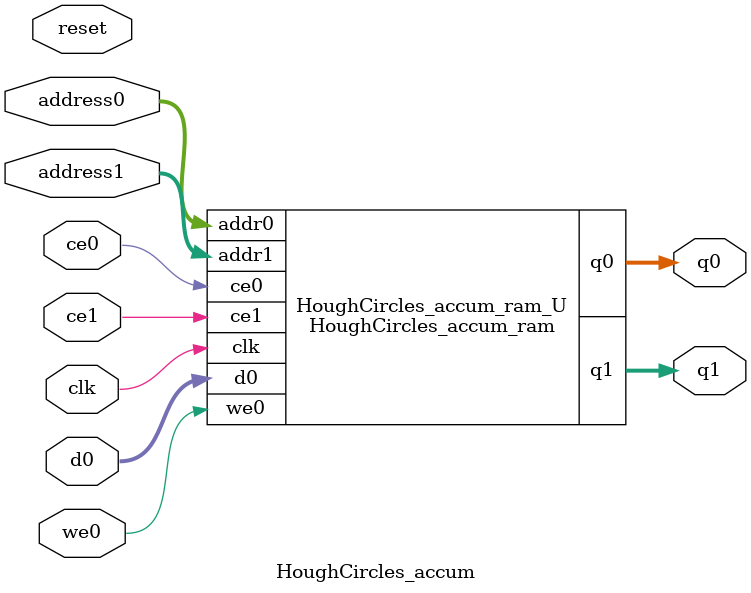
<source format=v>

`timescale 1 ns / 1 ps
module HoughCircles_accum_ram (addr0, ce0, d0, we0, q0, addr1, ce1, q1,  clk);

parameter DWIDTH = 32;
parameter AWIDTH = 17;
parameter MEM_SIZE = 77924;

input[AWIDTH-1:0] addr0;
input ce0;
input[DWIDTH-1:0] d0;
input we0;
output reg[DWIDTH-1:0] q0;
input[AWIDTH-1:0] addr1;
input ce1;
output reg[DWIDTH-1:0] q1;
input clk;

(* ram_style = "block" *)reg [DWIDTH-1:0] ram[0:MEM_SIZE-1];




always @(posedge clk)  
begin 
    if (ce0) 
    begin
        if (we0) 
        begin 
            ram[addr0] <= d0; 
            q0 <= d0;
        end 
        else 
            q0 <= ram[addr0];
    end
end


always @(posedge clk)  
begin 
    if (ce1) 
    begin
            q1 <= ram[addr1];
    end
end


endmodule


`timescale 1 ns / 1 ps
module HoughCircles_accum(
    reset,
    clk,
    address0,
    ce0,
    we0,
    d0,
    q0,
    address1,
    ce1,
    q1);

parameter DataWidth = 32'd32;
parameter AddressRange = 32'd77924;
parameter AddressWidth = 32'd17;
input reset;
input clk;
input[AddressWidth - 1:0] address0;
input ce0;
input we0;
input[DataWidth - 1:0] d0;
output[DataWidth - 1:0] q0;
input[AddressWidth - 1:0] address1;
input ce1;
output[DataWidth - 1:0] q1;



HoughCircles_accum_ram HoughCircles_accum_ram_U(
    .clk( clk ),
    .addr0( address0 ),
    .ce0( ce0 ),
    .we0( we0 ),
    .d0( d0 ),
    .q0( q0 ),
    .addr1( address1 ),
    .ce1( ce1 ),
    .q1( q1 ));

endmodule


</source>
